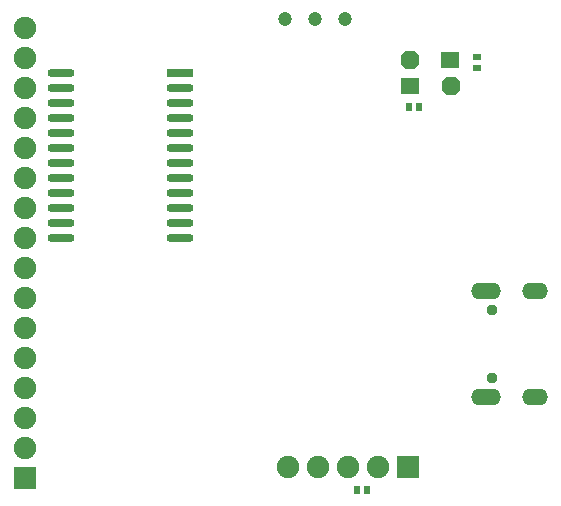
<source format=gbs>
G04*
G04 #@! TF.GenerationSoftware,Altium Limited,Altium Designer,18.1.9 (240)*
G04*
G04 Layer_Color=16711935*
%FSLAX25Y25*%
%MOIN*%
G70*
G01*
G75*
%ADD55R,0.02769X0.02375*%
%ADD56R,0.06300X0.05800*%
G04:AMPARAMS|DCode=57|XSize=63mil|YSize=58mil|CornerRadius=0mil|HoleSize=0mil|Usage=FLASHONLY|Rotation=180.000|XOffset=0mil|YOffset=0mil|HoleType=Round|Shape=Octagon|*
%AMOCTAGOND57*
4,1,8,-0.03150,0.01450,-0.03150,-0.01450,-0.01700,-0.02900,0.01700,-0.02900,0.03150,-0.01450,0.03150,0.01450,0.01700,0.02900,-0.01700,0.02900,-0.03150,0.01450,0.0*
%
%ADD57OCTAGOND57*%

%ADD59R,0.02375X0.02769*%
%ADD86R,0.07493X0.07493*%
%ADD87C,0.07493*%
%ADD88O,0.09855X0.05524*%
%ADD89O,0.08674X0.05524*%
%ADD90C,0.03753*%
%ADD91R,0.07493X0.07493*%
%ADD103O,0.09068X0.02965*%
%ADD104R,0.09068X0.02965*%
%ADD105C,0.04737*%
D55*
X76200Y-67247D02*
D03*
Y-63900D02*
D03*
D56*
X67300Y-64800D02*
D03*
X54100Y-73300D02*
D03*
D57*
X53800Y-64800D02*
D03*
X67600Y-73300D02*
D03*
D59*
X56871Y-80400D02*
D03*
X53525D02*
D03*
X39571Y-208000D02*
D03*
X36225D02*
D03*
D86*
X53200Y-200300D02*
D03*
D87*
X43200D02*
D03*
X33200D02*
D03*
X23200D02*
D03*
X13200D02*
D03*
X-74500Y-74000D02*
D03*
Y-94000D02*
D03*
Y-134000D02*
D03*
Y-144000D02*
D03*
Y-164000D02*
D03*
Y-194000D02*
D03*
Y-184000D02*
D03*
Y-174000D02*
D03*
Y-154000D02*
D03*
Y-124000D02*
D03*
Y-114000D02*
D03*
Y-104000D02*
D03*
Y-84000D02*
D03*
Y-64000D02*
D03*
Y-54000D02*
D03*
D88*
X79206Y-177017D02*
D03*
X79206Y-141584D02*
D03*
D89*
X95545Y-141583D02*
D03*
X95545Y-177016D02*
D03*
D90*
X81175Y-147922D02*
D03*
Y-170677D02*
D03*
D91*
X-74500Y-204000D02*
D03*
D103*
X-62482Y-83987D02*
D03*
X-62482Y-78987D02*
D03*
Y-73987D02*
D03*
Y-68987D02*
D03*
X-22718Y-118987D02*
D03*
Y-123987D02*
D03*
X-62482D02*
D03*
Y-118987D02*
D03*
Y-113987D02*
D03*
X-62482Y-108987D02*
D03*
X-62482Y-103987D02*
D03*
Y-98987D02*
D03*
Y-93987D02*
D03*
Y-88987D02*
D03*
X-22718Y-113987D02*
D03*
X-22718Y-108987D02*
D03*
X-22718Y-103987D02*
D03*
Y-98987D02*
D03*
Y-93987D02*
D03*
Y-88987D02*
D03*
X-22718Y-83987D02*
D03*
X-22718Y-78987D02*
D03*
Y-73987D02*
D03*
D104*
Y-68987D02*
D03*
D105*
X12206Y-51000D02*
D03*
D03*
X22206D02*
D03*
X32206D02*
D03*
M02*

</source>
